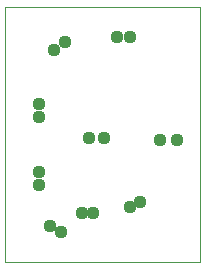
<source format=gbs>
G75*
%MOIN*%
%OFA0B0*%
%FSLAX24Y24*%
%IPPOS*%
%LPD*%
%AMOC8*
5,1,8,0,0,1.08239X$1,22.5*
%
%ADD10C,0.0000*%
%ADD11C,0.0437*%
D10*
X002392Y002517D02*
X002392Y011017D01*
X008892Y011017D01*
X008892Y002517D01*
X002392Y002517D01*
D11*
X003892Y003704D03*
X004267Y003517D03*
X004954Y004142D03*
X005329Y004142D03*
X006579Y004329D03*
X006892Y004517D03*
X007579Y006579D03*
X008142Y006579D03*
X005704Y006642D03*
X005204Y006642D03*
X003517Y007329D03*
X003517Y007767D03*
X004017Y009579D03*
X004392Y009829D03*
X006142Y010017D03*
X006579Y010017D03*
X003517Y005517D03*
X003517Y005079D03*
M02*

</source>
